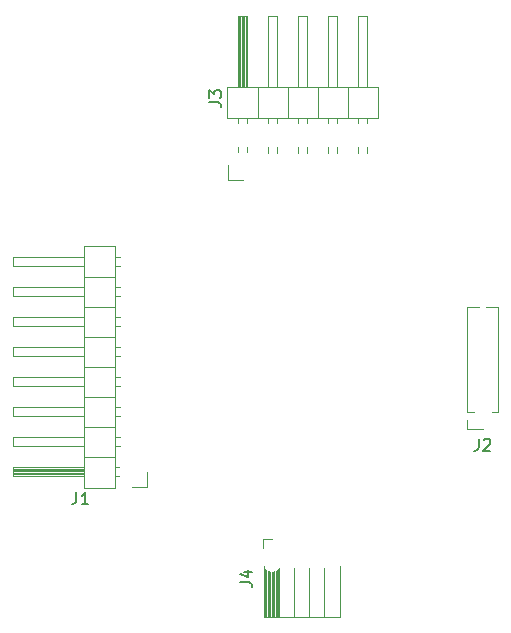
<source format=gbr>
%TF.GenerationSoftware,KiCad,Pcbnew,(5.1.12)-1*%
%TF.CreationDate,2022-08-10T22:12:13-07:00*%
%TF.ProjectId,JTAGAdapter,4a544147-4164-4617-9074-65722e6b6963,rev?*%
%TF.SameCoordinates,Original*%
%TF.FileFunction,Legend,Top*%
%TF.FilePolarity,Positive*%
%FSLAX46Y46*%
G04 Gerber Fmt 4.6, Leading zero omitted, Abs format (unit mm)*
G04 Created by KiCad (PCBNEW (5.1.12)-1) date 2022-08-10 22:12:13*
%MOMM*%
%LPD*%
G01*
G04 APERTURE LIST*
%ADD10C,0.120000*%
%ADD11C,0.150000*%
%ADD12O,1.000000X1.000000*%
%ADD13R,1.000000X1.000000*%
%ADD14O,1.700000X1.700000*%
%ADD15R,1.700000X1.700000*%
G04 APERTURE END LIST*
D10*
%TO.C,J2*%
X177774600Y-104773000D02*
X176444600Y-104773000D01*
X176444600Y-104773000D02*
X176444600Y-104013000D01*
X176444600Y-103378000D02*
X176444600Y-94428000D01*
X177467070Y-94428000D02*
X176444600Y-94428000D01*
X179104600Y-94428000D02*
X178082130Y-94428000D01*
X179104600Y-103378000D02*
X179104600Y-94428000D01*
X177014600Y-103378000D02*
X176444600Y-103378000D01*
X179104600Y-103378000D02*
X178534600Y-103378000D01*
%TO.C,J4*%
X159183800Y-114833400D02*
X159183800Y-114073400D01*
X159183800Y-114073400D02*
X159943800Y-114073400D01*
X159248800Y-120713400D02*
X165718800Y-120713400D01*
X165718800Y-120713400D02*
X165718800Y-116410930D01*
X159248800Y-120713400D02*
X159248800Y-116410930D01*
X164388800Y-120713400D02*
X164388800Y-116520982D01*
X163118800Y-120713400D02*
X163118800Y-116520982D01*
X161848800Y-120713400D02*
X161848800Y-116520982D01*
X160578800Y-120713400D02*
X160578800Y-116520982D01*
X160468800Y-120713400D02*
X160468800Y-116652923D01*
X160358800Y-120713400D02*
X160358800Y-116740091D01*
X160248800Y-120713400D02*
X160248800Y-116799514D01*
X160138800Y-120713400D02*
X160138800Y-116837958D01*
X160028800Y-120713400D02*
X160028800Y-116858632D01*
X159918800Y-120713400D02*
X159918800Y-116862989D01*
X159808800Y-120713400D02*
X159808800Y-116851314D01*
X159698800Y-120713400D02*
X159698800Y-116822827D01*
X159588800Y-120713400D02*
X159588800Y-116775393D01*
X159478800Y-120713400D02*
X159478800Y-116704545D01*
X159368800Y-120713400D02*
X159368800Y-116600366D01*
%TO.C,J3*%
X156184600Y-83693000D02*
X156184600Y-82423000D01*
X157454600Y-83693000D02*
X156184600Y-83693000D01*
X167994600Y-81380071D02*
X167994600Y-80925929D01*
X167234600Y-81380071D02*
X167234600Y-80925929D01*
X167994600Y-78840071D02*
X167994600Y-78443000D01*
X167234600Y-78840071D02*
X167234600Y-78443000D01*
X167994600Y-69783000D02*
X167994600Y-75783000D01*
X167234600Y-69783000D02*
X167994600Y-69783000D01*
X167234600Y-75783000D02*
X167234600Y-69783000D01*
X166344600Y-78443000D02*
X166344600Y-75783000D01*
X165454600Y-81380071D02*
X165454600Y-80925929D01*
X164694600Y-81380071D02*
X164694600Y-80925929D01*
X165454600Y-78840071D02*
X165454600Y-78443000D01*
X164694600Y-78840071D02*
X164694600Y-78443000D01*
X165454600Y-69783000D02*
X165454600Y-75783000D01*
X164694600Y-69783000D02*
X165454600Y-69783000D01*
X164694600Y-75783000D02*
X164694600Y-69783000D01*
X163804600Y-78443000D02*
X163804600Y-75783000D01*
X162914600Y-81380071D02*
X162914600Y-80925929D01*
X162154600Y-81380071D02*
X162154600Y-80925929D01*
X162914600Y-78840071D02*
X162914600Y-78443000D01*
X162154600Y-78840071D02*
X162154600Y-78443000D01*
X162914600Y-69783000D02*
X162914600Y-75783000D01*
X162154600Y-69783000D02*
X162914600Y-69783000D01*
X162154600Y-75783000D02*
X162154600Y-69783000D01*
X161264600Y-78443000D02*
X161264600Y-75783000D01*
X160374600Y-81380071D02*
X160374600Y-80925929D01*
X159614600Y-81380071D02*
X159614600Y-80925929D01*
X160374600Y-78840071D02*
X160374600Y-78443000D01*
X159614600Y-78840071D02*
X159614600Y-78443000D01*
X160374600Y-69783000D02*
X160374600Y-75783000D01*
X159614600Y-69783000D02*
X160374600Y-69783000D01*
X159614600Y-75783000D02*
X159614600Y-69783000D01*
X158724600Y-78443000D02*
X158724600Y-75783000D01*
X157834600Y-81313000D02*
X157834600Y-80925929D01*
X157074600Y-81313000D02*
X157074600Y-80925929D01*
X157834600Y-78840071D02*
X157834600Y-78443000D01*
X157074600Y-78840071D02*
X157074600Y-78443000D01*
X157734600Y-75783000D02*
X157734600Y-69783000D01*
X157614600Y-75783000D02*
X157614600Y-69783000D01*
X157494600Y-75783000D02*
X157494600Y-69783000D01*
X157374600Y-75783000D02*
X157374600Y-69783000D01*
X157254600Y-75783000D02*
X157254600Y-69783000D01*
X157134600Y-75783000D02*
X157134600Y-69783000D01*
X157834600Y-69783000D02*
X157834600Y-75783000D01*
X157074600Y-69783000D02*
X157834600Y-69783000D01*
X157074600Y-75783000D02*
X157074600Y-69783000D01*
X156124600Y-75783000D02*
X156124600Y-78443000D01*
X168944600Y-75783000D02*
X156124600Y-75783000D01*
X168944600Y-78443000D02*
X168944600Y-75783000D01*
X156124600Y-78443000D02*
X168944600Y-78443000D01*
%TO.C,J1*%
X149377400Y-109677200D02*
X148107400Y-109677200D01*
X149377400Y-108407200D02*
X149377400Y-109677200D01*
X147064471Y-90247200D02*
X146667400Y-90247200D01*
X147064471Y-91007200D02*
X146667400Y-91007200D01*
X138007400Y-90247200D02*
X144007400Y-90247200D01*
X138007400Y-91007200D02*
X138007400Y-90247200D01*
X144007400Y-91007200D02*
X138007400Y-91007200D01*
X146667400Y-91897200D02*
X144007400Y-91897200D01*
X147064471Y-92787200D02*
X146667400Y-92787200D01*
X147064471Y-93547200D02*
X146667400Y-93547200D01*
X138007400Y-92787200D02*
X144007400Y-92787200D01*
X138007400Y-93547200D02*
X138007400Y-92787200D01*
X144007400Y-93547200D02*
X138007400Y-93547200D01*
X146667400Y-94437200D02*
X144007400Y-94437200D01*
X147064471Y-95327200D02*
X146667400Y-95327200D01*
X147064471Y-96087200D02*
X146667400Y-96087200D01*
X138007400Y-95327200D02*
X144007400Y-95327200D01*
X138007400Y-96087200D02*
X138007400Y-95327200D01*
X144007400Y-96087200D02*
X138007400Y-96087200D01*
X146667400Y-96977200D02*
X144007400Y-96977200D01*
X147064471Y-97867200D02*
X146667400Y-97867200D01*
X147064471Y-98627200D02*
X146667400Y-98627200D01*
X138007400Y-97867200D02*
X144007400Y-97867200D01*
X138007400Y-98627200D02*
X138007400Y-97867200D01*
X144007400Y-98627200D02*
X138007400Y-98627200D01*
X146667400Y-99517200D02*
X144007400Y-99517200D01*
X147064471Y-100407200D02*
X146667400Y-100407200D01*
X147064471Y-101167200D02*
X146667400Y-101167200D01*
X138007400Y-100407200D02*
X144007400Y-100407200D01*
X138007400Y-101167200D02*
X138007400Y-100407200D01*
X144007400Y-101167200D02*
X138007400Y-101167200D01*
X146667400Y-102057200D02*
X144007400Y-102057200D01*
X147064471Y-102947200D02*
X146667400Y-102947200D01*
X147064471Y-103707200D02*
X146667400Y-103707200D01*
X138007400Y-102947200D02*
X144007400Y-102947200D01*
X138007400Y-103707200D02*
X138007400Y-102947200D01*
X144007400Y-103707200D02*
X138007400Y-103707200D01*
X146667400Y-104597200D02*
X144007400Y-104597200D01*
X147064471Y-105487200D02*
X146667400Y-105487200D01*
X147064471Y-106247200D02*
X146667400Y-106247200D01*
X138007400Y-105487200D02*
X144007400Y-105487200D01*
X138007400Y-106247200D02*
X138007400Y-105487200D01*
X144007400Y-106247200D02*
X138007400Y-106247200D01*
X146667400Y-107137200D02*
X144007400Y-107137200D01*
X146997400Y-108027200D02*
X146667400Y-108027200D01*
X146997400Y-108787200D02*
X146667400Y-108787200D01*
X144007400Y-108127200D02*
X138007400Y-108127200D01*
X144007400Y-108247200D02*
X138007400Y-108247200D01*
X144007400Y-108367200D02*
X138007400Y-108367200D01*
X144007400Y-108487200D02*
X138007400Y-108487200D01*
X144007400Y-108607200D02*
X138007400Y-108607200D01*
X144007400Y-108727200D02*
X138007400Y-108727200D01*
X138007400Y-108027200D02*
X144007400Y-108027200D01*
X138007400Y-108787200D02*
X138007400Y-108027200D01*
X144007400Y-108787200D02*
X138007400Y-108787200D01*
X144007400Y-109737200D02*
X146667400Y-109737200D01*
X144007400Y-89297200D02*
X144007400Y-109737200D01*
X146667400Y-89297200D02*
X144007400Y-89297200D01*
X146667400Y-109737200D02*
X146667400Y-89297200D01*
%TO.C,J2*%
D11*
X177441266Y-105600380D02*
X177441266Y-106314666D01*
X177393647Y-106457523D01*
X177298409Y-106552761D01*
X177155552Y-106600380D01*
X177060314Y-106600380D01*
X177869838Y-105695619D02*
X177917457Y-105648000D01*
X178012695Y-105600380D01*
X178250790Y-105600380D01*
X178346028Y-105648000D01*
X178393647Y-105695619D01*
X178441266Y-105790857D01*
X178441266Y-105886095D01*
X178393647Y-106028952D01*
X177822219Y-106600380D01*
X178441266Y-106600380D01*
%TO.C,J4*%
X157261180Y-117759233D02*
X157975466Y-117759233D01*
X158118323Y-117806852D01*
X158213561Y-117902090D01*
X158261180Y-118044947D01*
X158261180Y-118140185D01*
X157594514Y-116854471D02*
X158261180Y-116854471D01*
X157213561Y-117092566D02*
X157927847Y-117330661D01*
X157927847Y-116711614D01*
%TO.C,J3*%
X154636980Y-77101333D02*
X155351266Y-77101333D01*
X155494123Y-77148952D01*
X155589361Y-77244190D01*
X155636980Y-77387047D01*
X155636980Y-77482285D01*
X154636980Y-76720380D02*
X154636980Y-76101333D01*
X155017933Y-76434666D01*
X155017933Y-76291809D01*
X155065552Y-76196571D01*
X155113171Y-76148952D01*
X155208409Y-76101333D01*
X155446504Y-76101333D01*
X155541742Y-76148952D01*
X155589361Y-76196571D01*
X155636980Y-76291809D01*
X155636980Y-76577523D01*
X155589361Y-76672761D01*
X155541742Y-76720380D01*
%TO.C,J1*%
X143389066Y-110129580D02*
X143389066Y-110843866D01*
X143341447Y-110986723D01*
X143246209Y-111081961D01*
X143103352Y-111129580D01*
X143008114Y-111129580D01*
X144389066Y-111129580D02*
X143817638Y-111129580D01*
X144103352Y-111129580D02*
X144103352Y-110129580D01*
X144008114Y-110272438D01*
X143912876Y-110367676D01*
X143817638Y-110415295D01*
%TD*%
%LPC*%
D12*
%TO.C,J2*%
X177774600Y-95123000D03*
X177774600Y-96393000D03*
X177774600Y-97663000D03*
X177774600Y-98933000D03*
X177774600Y-100203000D03*
X177774600Y-101473000D03*
X177774600Y-102743000D03*
D13*
X177774600Y-104013000D03*
%TD*%
D12*
%TO.C,J4*%
X165023800Y-116103400D03*
X165023800Y-114833400D03*
X163753800Y-116103400D03*
X163753800Y-114833400D03*
X162483800Y-116103400D03*
X162483800Y-114833400D03*
X161213800Y-116103400D03*
X161213800Y-114833400D03*
X159943800Y-116103400D03*
D13*
X159943800Y-114833400D03*
%TD*%
D14*
%TO.C,J3*%
X167614600Y-79883000D03*
X167614600Y-82423000D03*
X165074600Y-79883000D03*
X165074600Y-82423000D03*
X162534600Y-79883000D03*
X162534600Y-82423000D03*
X159994600Y-79883000D03*
X159994600Y-82423000D03*
X157454600Y-79883000D03*
D15*
X157454600Y-82423000D03*
%TD*%
D14*
%TO.C,J1*%
X148107400Y-90627200D03*
X148107400Y-93167200D03*
X148107400Y-95707200D03*
X148107400Y-98247200D03*
X148107400Y-100787200D03*
X148107400Y-103327200D03*
X148107400Y-105867200D03*
D15*
X148107400Y-108407200D03*
%TD*%
M02*

</source>
